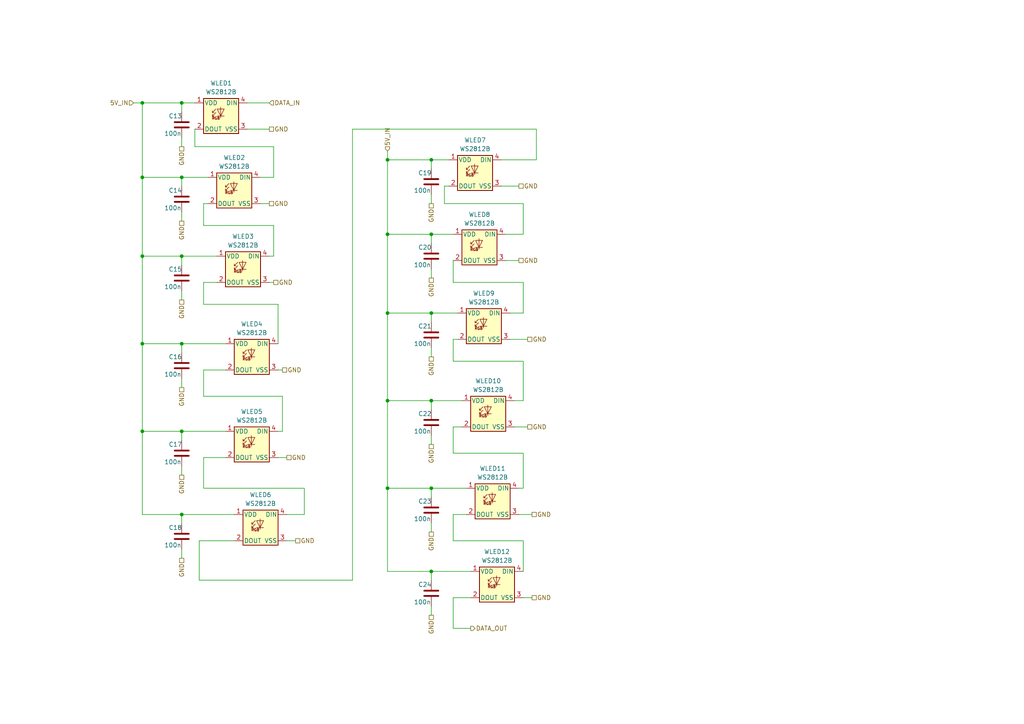
<source format=kicad_sch>
(kicad_sch (version 20230121) (generator eeschema)
  (paper "A4")
  (lib_symbols
    (symbol "000_Capacitor_Film_Immo:100n" (pin_numbers hide) (pin_names (offset 0.254))
      (property "Reference" "C" (at 0.635 2.54 0))
      (property "Value" "100n" (at 0.635 -2.54 0))
      (symbol "100n_0_1"
        (polyline (pts (xy -2.032 -0.762) (xy 2.032 -0.762)) (stroke (width 0.508)))
        (polyline (pts (xy -2.032 0.762) (xy 2.032 0.762)) (stroke (width 0.508)))
      )
      (symbol "100n_1_1"
        (pin passive line (at 0 3.81 270) (length 2.794) (name "~") (number "1"))
        (pin passive line (at 0 -3.81 90) (length 2.794) (name "~") (number "2"))
      )
    )
    (symbol "000_Diodes_Immo:WS2812B" (pin_names (offset 0.254))
      (property "Reference" "WLED" (at 5.08 5.715 0))
      (property "Value" "WS2812B" (at 5.08 1.27 0))
      (symbol "WS2812B_0_0"
        (text "RGB" (at -1.524 -0.635 0) (effects (font (size 0.762 0.762))))
      )
      (symbol "WS2812B_0_1"
        (polyline (pts (xy -2.54 0) (xy -2.032 0)))
        (polyline (pts (xy -2.54 1.016) (xy -2.032 1.016)))
        (polyline (pts (xy 0.889 0) (xy -1.143 0)))
        (polyline (pts (xy -1.524 1.016) (xy -2.54 0) (xy -2.54 0.508)))
        (polyline (pts (xy -1.524 2.032) (xy -2.54 1.016) (xy -2.54 1.524)))
        (polyline (pts (xy -0.127 2.54) (xy -0.127 0) (xy -0.127 -0.508)))
        (polyline (pts (xy 0.889 2.032) (xy -1.143 2.032) (xy -0.127 0) (xy 0.889 2.032)))
        (rectangle (start 5.08 5.08) (end -5.08 -5.08) (stroke (width 0.254)) (fill (type background)))
      )
      (symbol "WS2812B_1_1"
        (pin power_in line (at -7.62 3.81 0) (length 2.54) (name "VDD") (number "1"))
        (pin output line (at -7.62 -3.81 0) (length 2.54) (name "DOUT") (number "2"))
        (pin power_in line (at 7.62 -3.81 180) (length 2.54) (name "VSS") (number "3"))
        (pin input line (at 7.62 3.81 180) (length 2.54) (name "DIN") (number "4"))
      )
    )
  )
  (junction (at 52.705 149.225))
  (junction (at 41.275 125.095))
  (junction (at 125.095 46.355))
  (junction (at 52.705 99.695))
  (junction (at 125.095 141.605))
  (junction (at 52.705 125.095))
  (junction (at 52.705 29.845))
  (junction (at 41.275 51.435))
  (junction (at 41.275 29.845))
  (junction (at 41.275 99.695))
  (junction (at 125.095 165.735))
  (junction (at 112.395 67.945))
  (junction (at 125.095 67.945))
  (junction (at 112.395 141.605))
  (junction (at 52.705 74.295))
  (junction (at 112.395 90.805))
  (junction (at 125.095 116.205))
  (junction (at 112.395 46.355))
  (junction (at 41.275 74.295))
  (junction (at 125.095 90.805))
  (junction (at 112.395 116.205))
  (junction (at 52.705 51.435))
  (wire (pts (xy 151.765 59.055) (xy 128.905 59.055)))
  (wire (pts (xy 130.175 46.355) (xy 125.095 46.355)))
  (wire (pts (xy 83.185 156.845) (xy 85.725 156.845)))
  (wire (pts (xy 151.765 90.805) (xy 151.765 81.915)))
  (wire (pts (xy 59.055 65.405) (xy 59.055 59.055)))
  (wire (pts (xy 112.395 67.945) (xy 112.395 46.355)))
  (wire (pts (xy 52.705 109.855) (xy 52.705 112.395)))
  (wire (pts (xy 67.945 149.225) (xy 52.705 149.225)))
  (wire (pts (xy 59.055 132.715) (xy 65.405 132.715)))
  (wire (pts (xy 80.645 107.315) (xy 81.915 107.315)))
  (wire (pts (xy 125.095 90.805) (xy 125.095 93.345)))
  (wire (pts (xy 67.945 156.845) (xy 57.785 156.845)))
  (wire (pts (xy 52.705 40.005) (xy 52.705 42.545)))
  (wire (pts (xy 131.445 131.445) (xy 151.765 131.445)))
  (wire (pts (xy 57.785 168.275) (xy 102.235 168.275)))
  (wire (pts (xy 41.275 99.695) (xy 41.275 125.095)))
  (wire (pts (xy 52.705 149.225) (xy 52.705 151.765)))
  (wire (pts (xy 131.445 182.245) (xy 136.525 182.245)))
  (wire (pts (xy 133.985 123.825) (xy 131.445 123.825)))
  (wire (pts (xy 125.095 90.805) (xy 112.395 90.805)))
  (wire (pts (xy 131.445 81.915) (xy 131.445 75.565)))
  (wire (pts (xy 125.095 126.365) (xy 125.095 128.905)))
  (wire (pts (xy 112.395 116.205) (xy 112.395 141.605)))
  (wire (pts (xy 59.055 59.055) (xy 60.325 59.055)))
  (wire (pts (xy 133.985 116.205) (xy 125.095 116.205)))
  (wire (pts (xy 57.785 156.845) (xy 57.785 168.275)))
  (wire (pts (xy 56.515 42.545) (xy 56.515 37.465)))
  (wire (pts (xy 151.765 104.775) (xy 131.445 104.775)))
  (wire (pts (xy 149.225 116.205) (xy 151.765 116.205)))
  (wire (pts (xy 145.415 46.355) (xy 155.575 46.355)))
  (wire (pts (xy 59.055 107.315) (xy 59.055 114.935)))
  (wire (pts (xy 125.095 78.105) (xy 125.095 80.645)))
  (wire (pts (xy 41.275 149.225) (xy 52.705 149.225)))
  (wire (pts (xy 52.705 51.435) (xy 52.705 53.975)))
  (wire (pts (xy 154.305 149.225) (xy 150.495 149.225)))
  (wire (pts (xy 52.705 84.455) (xy 52.705 86.995)))
  (wire (pts (xy 65.405 99.695) (xy 52.705 99.695)))
  (wire (pts (xy 112.395 90.805) (xy 112.395 116.205)))
  (wire (pts (xy 125.095 175.895) (xy 125.095 178.435)))
  (wire (pts (xy 112.395 67.945) (xy 112.395 90.805)))
  (wire (pts (xy 41.275 51.435) (xy 52.705 51.435)))
  (wire (pts (xy 79.375 42.545) (xy 56.515 42.545)))
  (wire (pts (xy 52.705 125.095) (xy 52.705 127.635)))
  (wire (pts (xy 146.685 67.945) (xy 151.765 67.945)))
  (wire (pts (xy 52.705 125.095) (xy 65.405 125.095)))
  (wire (pts (xy 125.095 46.355) (xy 125.095 48.895)))
  (wire (pts (xy 52.705 29.845) (xy 52.705 32.385)))
  (wire (pts (xy 75.565 59.055) (xy 78.105 59.055)))
  (wire (pts (xy 79.375 65.405) (xy 59.055 65.405)))
  (wire (pts (xy 147.955 90.805) (xy 151.765 90.805)))
  (wire (pts (xy 151.765 104.775) (xy 151.765 116.205)))
  (wire (pts (xy 38.735 29.845) (xy 41.275 29.845)))
  (wire (pts (xy 125.095 67.945) (xy 112.395 67.945)))
  (wire (pts (xy 52.705 74.295) (xy 52.705 76.835)))
  (wire (pts (xy 56.515 29.845) (xy 52.705 29.845)))
  (wire (pts (xy 41.275 99.695) (xy 52.705 99.695)))
  (wire (pts (xy 131.445 123.825) (xy 131.445 131.445)))
  (wire (pts (xy 71.755 37.465) (xy 78.105 37.465)))
  (wire (pts (xy 135.255 141.605) (xy 125.095 141.605)))
  (wire (pts (xy 60.325 51.435) (xy 52.705 51.435)))
  (wire (pts (xy 41.275 51.435) (xy 41.275 74.295)))
  (wire (pts (xy 151.765 165.735) (xy 151.765 156.845)))
  (wire (pts (xy 147.955 98.425) (xy 153.035 98.425)))
  (wire (pts (xy 136.525 165.735) (xy 125.095 165.735)))
  (wire (pts (xy 128.905 53.975) (xy 130.175 53.975)))
  (wire (pts (xy 88.265 141.605) (xy 59.055 141.605)))
  (wire (pts (xy 59.055 88.265) (xy 59.055 81.915)))
  (wire (pts (xy 41.275 74.295) (xy 52.705 74.295)))
  (wire (pts (xy 151.765 173.355) (xy 154.305 173.355)))
  (wire (pts (xy 88.265 149.225) (xy 83.185 149.225)))
  (wire (pts (xy 145.415 53.975) (xy 150.495 53.975)))
  (wire (pts (xy 112.395 165.735) (xy 112.395 141.605)))
  (wire (pts (xy 80.645 88.265) (xy 80.645 99.695)))
  (wire (pts (xy 65.405 107.315) (xy 59.055 107.315)))
  (wire (pts (xy 131.445 104.775) (xy 131.445 98.425)))
  (wire (pts (xy 131.445 149.225) (xy 135.255 149.225)))
  (wire (pts (xy 75.565 51.435) (xy 79.375 51.435)))
  (wire (pts (xy 146.685 75.565) (xy 150.495 75.565)))
  (wire (pts (xy 80.645 125.095) (xy 81.915 125.095)))
  (wire (pts (xy 79.375 74.295) (xy 79.375 65.405)))
  (wire (pts (xy 125.095 56.515) (xy 125.095 59.055)))
  (wire (pts (xy 151.765 81.915) (xy 131.445 81.915)))
  (wire (pts (xy 41.275 29.845) (xy 52.705 29.845)))
  (wire (pts (xy 78.105 74.295) (xy 79.375 74.295)))
  (wire (pts (xy 125.095 165.735) (xy 112.395 165.735)))
  (wire (pts (xy 52.705 135.255) (xy 52.705 137.795)))
  (wire (pts (xy 125.095 100.965) (xy 125.095 103.505)))
  (wire (pts (xy 155.575 37.465) (xy 155.575 46.355)))
  (wire (pts (xy 80.645 132.715) (xy 83.185 132.715)))
  (wire (pts (xy 125.095 165.735) (xy 125.095 168.275)))
  (wire (pts (xy 151.765 67.945) (xy 151.765 59.055)))
  (wire (pts (xy 131.445 173.355) (xy 131.445 182.245)))
  (wire (pts (xy 151.765 156.845) (xy 131.445 156.845)))
  (wire (pts (xy 52.705 159.385) (xy 52.705 161.925)))
  (wire (pts (xy 149.225 123.825) (xy 153.035 123.825)))
  (wire (pts (xy 79.375 51.435) (xy 79.375 42.545)))
  (wire (pts (xy 125.095 116.205) (xy 125.095 118.745)))
  (wire (pts (xy 150.495 141.605) (xy 151.765 141.605)))
  (wire (pts (xy 131.445 156.845) (xy 131.445 149.225)))
  (wire (pts (xy 125.095 151.765) (xy 125.095 154.305)))
  (wire (pts (xy 88.265 149.225) (xy 88.265 141.605)))
  (wire (pts (xy 41.275 125.095) (xy 41.275 149.225)))
  (wire (pts (xy 59.055 114.935) (xy 81.915 114.935)))
  (wire (pts (xy 59.055 81.915) (xy 62.865 81.915)))
  (wire (pts (xy 52.705 99.695) (xy 52.705 102.235)))
  (wire (pts (xy 62.865 74.295) (xy 52.705 74.295)))
  (wire (pts (xy 151.765 131.445) (xy 151.765 141.605)))
  (wire (pts (xy 112.395 43.815) (xy 112.395 46.355)))
  (wire (pts (xy 59.055 141.605) (xy 59.055 132.715)))
  (wire (pts (xy 125.095 141.605) (xy 125.095 144.145)))
  (wire (pts (xy 41.275 29.845) (xy 41.275 51.435)))
  (wire (pts (xy 131.445 67.945) (xy 125.095 67.945)))
  (wire (pts (xy 102.235 37.465) (xy 155.575 37.465)))
  (wire (pts (xy 52.705 61.595) (xy 52.705 64.135)))
  (wire (pts (xy 128.905 59.055) (xy 128.905 53.975)))
  (wire (pts (xy 131.445 98.425) (xy 132.715 98.425)))
  (wire (pts (xy 78.105 29.845) (xy 71.755 29.845)))
  (wire (pts (xy 125.095 67.945) (xy 125.095 70.485)))
  (wire (pts (xy 136.525 173.355) (xy 131.445 173.355)))
  (wire (pts (xy 125.095 116.205) (xy 112.395 116.205)))
  (wire (pts (xy 79.375 81.915) (xy 78.105 81.915)))
  (wire (pts (xy 112.395 46.355) (xy 125.095 46.355)))
  (wire (pts (xy 102.235 37.465) (xy 102.235 168.275)))
  (wire (pts (xy 41.275 125.095) (xy 52.705 125.095)))
  (wire (pts (xy 132.715 90.805) (xy 125.095 90.805)))
  (wire (pts (xy 80.645 88.265) (xy 59.055 88.265)))
  (wire (pts (xy 125.095 141.605) (xy 112.395 141.605)))
  (wire (pts (xy 81.915 114.935) (xy 81.915 125.095)))
  (wire (pts (xy 41.275 74.295) (xy 41.275 99.695)))
  (hierarchical_label "GND" (shape passive) (at 78.105 37.465 0))
  (hierarchical_label "5V_IN" (shape input) (at 112.395 43.815 90))
  (hierarchical_label "5V_IN" (shape input) (at 38.735 29.845 180))
  (hierarchical_label "GND" (shape passive) (at 52.705 64.135 270))
  (hierarchical_label "GND" (shape passive) (at 125.095 59.055 270))
  (hierarchical_label "GND" (shape passive) (at 154.305 173.355 0))
  (hierarchical_label "GND" (shape passive) (at 153.035 98.425 0))
  (hierarchical_label "GND" (shape passive) (at 52.705 86.995 270))
  (hierarchical_label "GND" (shape passive) (at 125.095 80.645 270))
  (hierarchical_label "GND" (shape passive) (at 154.305 149.225 0))
  (hierarchical_label "GND" (shape passive) (at 52.705 112.395 270))
  (hierarchical_label "GND" (shape passive) (at 52.705 42.545 270))
  (hierarchical_label "GND" (shape passive) (at 125.095 103.505 270))
  (hierarchical_label "GND" (shape passive) (at 153.035 123.825 0))
  (hierarchical_label "GND" (shape passive) (at 52.705 161.925 270))
  (hierarchical_label "GND" (shape passive) (at 81.915 107.315 0))
  (hierarchical_label "GND" (shape passive) (at 78.105 59.055 0))
  (hierarchical_label "GND" (shape passive) (at 85.725 156.845 0))
  (hierarchical_label "GND" (shape passive) (at 79.375 81.915 0))
  (hierarchical_label "DATA_OUT" (shape output) (at 136.525 182.245 0))
  (hierarchical_label "GND" (shape passive) (at 52.705 137.795 270))
  (hierarchical_label "GND" (shape passive) (at 83.185 132.715 0))
  (hierarchical_label "GND" (shape passive) (at 150.495 75.565 0))
  (hierarchical_label "DATA_IN" (shape input) (at 78.105 29.845 0))
  (hierarchical_label "GND" (shape passive) (at 125.095 128.905 270))
  (hierarchical_label "GND" (shape passive) (at 125.095 178.435 270))
  (hierarchical_label "GND" (shape passive) (at 150.495 53.975 0))
  (hierarchical_label "GND" (shape passive) (at 125.095 154.305 270))
  (symbol (lib_id "000_Capacitor_Film_Immo:100n") (at 125.095 74.295 0) (unit 1)
    (property "Reference" "C20" (at 121.285 71.755 0) (effects (justify left)))
    (property "Value" "100n" (at 120.015 76.835 0) (effects (justify left)))
    (property "Footprint" "000_Capacitors_Immo:C_0805_2012_HandSolder_kawaii" (effects hide))
    (property "JLCpart" "C779975" (effects hide))
    (property "Cost" "0.02" (effects hide))
  )
  (symbol (lib_id "000_Capacitor_Film_Immo:100n") (at 52.705 131.445 0) (unit 1)
    (property "Reference" "C17" (at 48.895 128.905 0) (effects (justify left)))
    (property "Value" "100n" (at 47.625 133.985 0) (effects (justify left)))
    (property "Footprint" "000_Capacitors_Immo:C_0805_2012_HandSolder_kawaii" (effects hide))
    (property "JLCpart" "C779975" (effects hide))
    (property "Cost" "0.02" (effects hide))
  )
  (symbol (lib_id "000_Diodes_Immo:WS2812B") (at 67.945 55.245 0) (unit 1)
    (property "Reference" "WLED2" (at 67.945 45.72 0))
    (property "Value" "WS2812B" (at 67.945 48.26 0))
    (property "Footprint" "LED_SMD:LED_WS2812B_PLCC4_5.0x5.0mm_P3.2mm" (effects hide))
    (property "Datasheet" "https://cdn-shop.adafruit.com/datasheets/WS2812B.pdf" (effects hide))
    (property "JLCpart" "C2920042" (effects hide))
    (property "Cost" "0.0768" (effects hide))
  )
  (symbol (lib_id "000_Diodes_Immo:WS2812B") (at 70.485 78.105 0) (unit 1)
    (property "Reference" "WLED3" (at 70.485 68.58 0))
    (property "Value" "WS2812B" (at 70.485 71.12 0))
    (property "Footprint" "LED_SMD:LED_WS2812B_PLCC4_5.0x5.0mm_P3.2mm" (effects hide))
    (property "Datasheet" "https://cdn-shop.adafruit.com/datasheets/WS2812B.pdf" (effects hide))
    (property "JLCpart" "C2920042" (effects hide))
    (property "Cost" "0.0768" (effects hide))
  )
  (symbol (lib_id "000_Capacitor_Film_Immo:100n") (at 52.705 106.045 0) (unit 1)
    (property "Reference" "C16" (at 48.895 103.505 0) (effects (justify left)))
    (property "Value" "100n" (at 47.625 108.585 0) (effects (justify left)))
    (property "Footprint" "000_Capacitors_Immo:C_0805_2012_HandSolder_kawaii" (effects hide))
    (property "JLCpart" "C779975" (effects hide))
    (property "Cost" "0.02" (effects hide))
  )
  (symbol (lib_id "000_Diodes_Immo:WS2812B") (at 137.795 50.165 0) (unit 1)
    (property "Reference" "WLED7" (at 137.795 40.64 0))
    (property "Value" "WS2812B" (at 137.795 43.18 0))
    (property "Footprint" "LED_SMD:LED_WS2812B_PLCC4_5.0x5.0mm_P3.2mm" (effects hide))
    (property "Datasheet" "https://cdn-shop.adafruit.com/datasheets/WS2812B.pdf" (effects hide))
    (property "JLCpart" "C2920042" (effects hide))
    (property "Cost" "0.0768" (effects hide))
  )
  (symbol (lib_id "000_Capacitor_Film_Immo:100n") (at 52.705 155.575 0) (unit 1)
    (property "Reference" "C18" (at 48.895 153.035 0) (effects (justify left)))
    (property "Value" "100n" (at 47.625 158.115 0) (effects (justify left)))
    (property "Footprint" "000_Capacitors_Immo:C_0805_2012_HandSolder_kawaii" (effects hide))
    (property "JLCpart" "C779975" (effects hide))
    (property "Cost" "0.02" (effects hide))
  )
  (symbol (lib_id "000_Diodes_Immo:WS2812B") (at 144.145 169.545 0) (unit 1)
    (property "Reference" "WLED12" (at 144.145 160.02 0))
    (property "Value" "WS2812B" (at 144.145 162.56 0))
    (property "Footprint" "LED_SMD:LED_WS2812B_PLCC4_5.0x5.0mm_P3.2mm" (effects hide))
    (property "Datasheet" "https://cdn-shop.adafruit.com/datasheets/WS2812B.pdf" (effects hide))
    (property "JLCpart" "C2920042" (effects hide))
    (property "Cost" "0.0768" (effects hide))
  )
  (symbol (lib_id "000_Capacitor_Film_Immo:100n") (at 125.095 172.085 0) (unit 1)
    (property "Reference" "C24" (at 121.285 169.545 0) (effects (justify left)))
    (property "Value" "100n" (at 120.015 174.625 0) (effects (justify left)))
    (property "Footprint" "000_Capacitors_Immo:C_0805_2012_HandSolder_kawaii" (effects hide))
    (property "JLCpart" "C779975" (effects hide))
    (property "Cost" "0.02" (effects hide))
  )
  (symbol (lib_id "000_Capacitor_Film_Immo:100n") (at 52.705 36.195 0) (unit 1)
    (property "Reference" "C13" (at 48.895 33.655 0) (effects (justify left)))
    (property "Value" "100n" (at 47.625 38.735 0) (effects (justify left)))
    (property "Footprint" "000_Capacitors_Immo:C_0805_2012_HandSolder_kawaii" (effects hide))
    (property "JLCpart" "C779975" (effects hide))
    (property "Cost" "0.02" (effects hide))
  )
  (symbol (lib_id "000_Capacitor_Film_Immo:100n") (at 52.705 57.785 0) (unit 1)
    (property "Reference" "C14" (at 48.895 55.245 0) (effects (justify left)))
    (property "Value" "100n" (at 47.625 60.325 0) (effects (justify left)))
    (property "Footprint" "000_Capacitors_Immo:C_0805_2012_HandSolder_kawaii" (effects hide))
    (property "JLCpart" "C779975" (effects hide))
    (property "Cost" "0.02" (effects hide))
  )
  (symbol (lib_id "000_Diodes_Immo:WS2812B") (at 75.565 153.035 0) (unit 1)
    (property "Reference" "WLED6" (at 75.565 143.51 0))
    (property "Value" "WS2812B" (at 75.565 146.05 0))
    (property "Footprint" "LED_SMD:LED_WS2812B_PLCC4_5.0x5.0mm_P3.2mm" (effects hide))
    (property "Datasheet" "https://cdn-shop.adafruit.com/datasheets/WS2812B.pdf" (effects hide))
    (property "JLCpart" "C2920042" (effects hide))
    (property "Cost" "0.0768" (effects hide))
  )
  (symbol (lib_id "000_Capacitor_Film_Immo:100n") (at 125.095 147.955 0) (unit 1)
    (property "Reference" "C23" (at 121.285 145.415 0) (effects (justify left)))
    (property "Value" "100n" (at 120.015 150.495 0) (effects (justify left)))
    (property "Footprint" "000_Capacitors_Immo:C_0805_2012_HandSolder_kawaii" (effects hide))
    (property "JLCpart" "C779975" (effects hide))
    (property "Cost" "0.02" (effects hide))
  )
  (symbol (lib_id "000_Capacitor_Film_Immo:100n") (at 125.095 122.555 0) (unit 1)
    (property "Reference" "C22" (at 121.285 120.015 0) (effects (justify left)))
    (property "Value" "100n" (at 120.015 125.095 0) (effects (justify left)))
    (property "Footprint" "000_Capacitors_Immo:C_0805_2012_HandSolder_kawaii" (effects hide))
    (property "JLCpart" "C779975" (effects hide))
    (property "Cost" "0.02" (effects hide))
  )
  (symbol (lib_id "000_Capacitor_Film_Immo:100n") (at 125.095 52.705 0) (unit 1)
    (property "Reference" "C19" (at 121.285 50.165 0) (effects (justify left)))
    (property "Value" "100n" (at 120.015 55.245 0) (effects (justify left)))
    (property "Footprint" "000_Capacitors_Immo:C_0805_2012_HandSolder_kawaii" (effects hide))
    (property "JLCpart" "C779975" (effects hide))
    (property "Cost" "0.02" (effects hide))
  )
  (symbol (lib_id "000_Diodes_Immo:WS2812B") (at 73.025 103.505 0) (unit 1)
    (property "Reference" "WLED4" (at 73.025 93.98 0))
    (property "Value" "WS2812B" (at 73.025 96.52 0))
    (property "Footprint" "LED_SMD:LED_WS2812B_PLCC4_5.0x5.0mm_P3.2mm" (effects hide))
    (property "Datasheet" "https://cdn-shop.adafruit.com/datasheets/WS2812B.pdf" (effects hide))
    (property "JLCpart" "C2920042" (effects hide))
    (property "Cost" "0.0768" (effects hide))
  )
  (symbol (lib_id "000_Diodes_Immo:WS2812B") (at 64.135 33.655 0) (unit 1)
    (property "Reference" "WLED1" (at 64.135 24.13 0))
    (property "Value" "WS2812B" (at 64.135 26.67 0))
    (property "Footprint" "LED_SMD:LED_WS2812B_PLCC4_5.0x5.0mm_P3.2mm" (effects hide))
    (property "Datasheet" "https://cdn-shop.adafruit.com/datasheets/WS2812B.pdf" (effects hide))
    (property "JLCpart" "C2920042" (effects hide))
    (property "Cost" "0.0768" (effects hide))
  )
  (symbol (lib_id "000_Capacitor_Film_Immo:100n") (at 125.095 97.155 0) (unit 1)
    (property "Reference" "C21" (at 121.285 94.615 0) (effects (justify left)))
    (property "Value" "100n" (at 120.015 99.695 0) (effects (justify left)))
    (property "Footprint" "000_Capacitors_Immo:C_0805_2012_HandSolder_kawaii" (effects hide))
    (property "JLCpart" "C779975" (effects hide))
    (property "Cost" "0.02" (effects hide))
  )
  (symbol (lib_id "000_Diodes_Immo:WS2812B") (at 140.335 94.615 0) (unit 1)
    (property "Reference" "WLED9" (at 140.335 85.09 0))
    (property "Value" "WS2812B" (at 140.335 87.63 0))
    (property "Footprint" "LED_SMD:LED_WS2812B_PLCC4_5.0x5.0mm_P3.2mm" (effects hide))
    (property "Datasheet" "https://cdn-shop.adafruit.com/datasheets/WS2812B.pdf" (effects hide))
    (property "JLCpart" "C2920042" (effects hide))
    (property "Cost" "0.0768" (effects hide))
  )
  (symbol (lib_id "000_Diodes_Immo:WS2812B") (at 139.065 71.755 0) (unit 1)
    (property "Reference" "WLED8" (at 139.065 62.23 0))
    (property "Value" "WS2812B" (at 139.065 64.77 0))
    (property "Footprint" "LED_SMD:LED_WS2812B_PLCC4_5.0x5.0mm_P3.2mm" (effects hide))
    (property "Datasheet" "https://cdn-shop.adafruit.com/datasheets/WS2812B.pdf" (effects hide))
    (property "JLCpart" "C2920042" (effects hide))
    (property "Cost" "0.0768" (effects hide))
  )
  (symbol (lib_id "000_Diodes_Immo:WS2812B") (at 141.605 120.015 0) (unit 1)
    (property "Reference" "WLED10" (at 141.605 110.49 0))
    (property "Value" "WS2812B" (at 141.605 113.03 0))
    (property "Footprint" "LED_SMD:LED_WS2812B_PLCC4_5.0x5.0mm_P3.2mm" (effects hide))
    (property "Datasheet" "https://cdn-shop.adafruit.com/datasheets/WS2812B.pdf" (effects hide))
    (property "JLCpart" "C2920042" (effects hide))
    (property "Cost" "0.0768" (effects hide))
  )
  (symbol (lib_id "000_Diodes_Immo:WS2812B") (at 73.025 128.905 0) (unit 1)
    (property "Reference" "WLED5" (at 73.025 119.38 0))
    (property "Value" "WS2812B" (at 73.025 121.92 0))
    (property "Footprint" "LED_SMD:LED_WS2812B_PLCC4_5.0x5.0mm_P3.2mm" (effects hide))
    (property "Datasheet" "https://cdn-shop.adafruit.com/datasheets/WS2812B.pdf" (effects hide))
    (property "JLCpart" "C2920042" (effects hide))
    (property "Cost" "0.0768" (effects hide))
  )
  (symbol (lib_id "000_Diodes_Immo:WS2812B") (at 142.875 145.415 0) (unit 1)
    (property "Reference" "WLED11" (at 142.875 135.89 0))
    (property "Value" "WS2812B" (at 142.875 138.43 0))
    (property "Footprint" "LED_SMD:LED_WS2812B_PLCC4_5.0x5.0mm_P3.2mm" (effects hide))
    (property "Datasheet" "https://cdn-shop.adafruit.com/datasheets/WS2812B.pdf" (effects hide))
    (property "JLCpart" "C2920042" (effects hide))
    (property "Cost" "0.0768" (effects hide))
  )
  (symbol (lib_id "000_Capacitor_Film_Immo:100n") (at 52.705 80.645 0) (unit 1)
    (property "Reference" "C15" (at 48.895 78.105 0) (effects (justify left)))
    (property "Value" "100n" (at 47.625 83.185 0) (effects (justify left)))
    (property "Footprint" "000_Capacitors_Immo:C_0805_2012_HandSolder_kawaii" (effects hide))
    (property "JLCpart" "C779975" (effects hide))
    (property "Cost" "0.02" (effects hide))
  )
)
</source>
